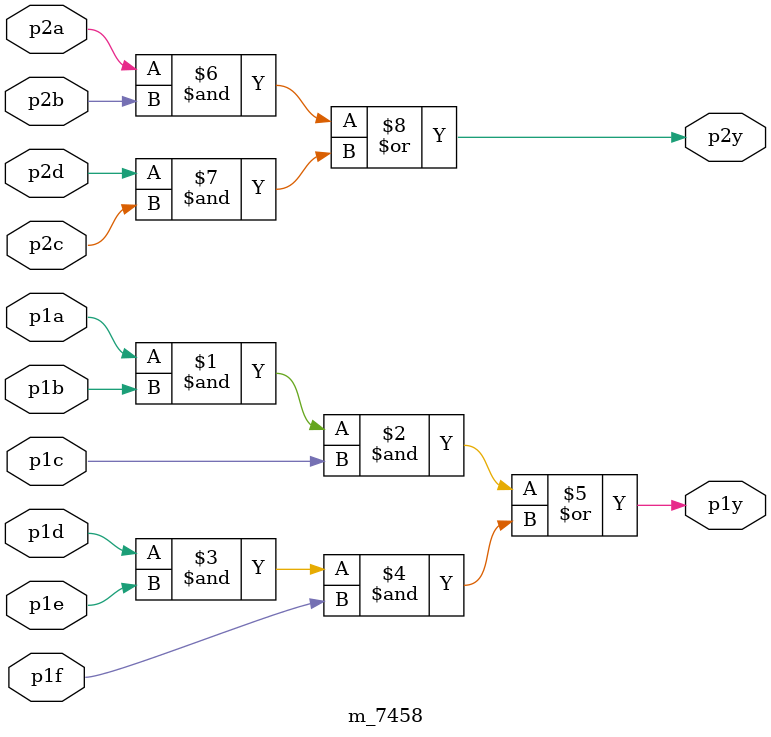
<source format=v>
module m_7458(
	input p1a, 
	input p1b, 
	input p1c, 
	input p1d,
	input p1e,
	input p1f,
	output p1y, 
	input p2a, 
	input p2b, 
	input p2c, 
	input p2d, 
  output p2y
);
 	
	assign p1y = (p1a & p1b & p1c) | (p1d & p1e & p1f);
  assign p2y = (p2a & p2b) | (p2d & p2c);
	
endmodule

</source>
